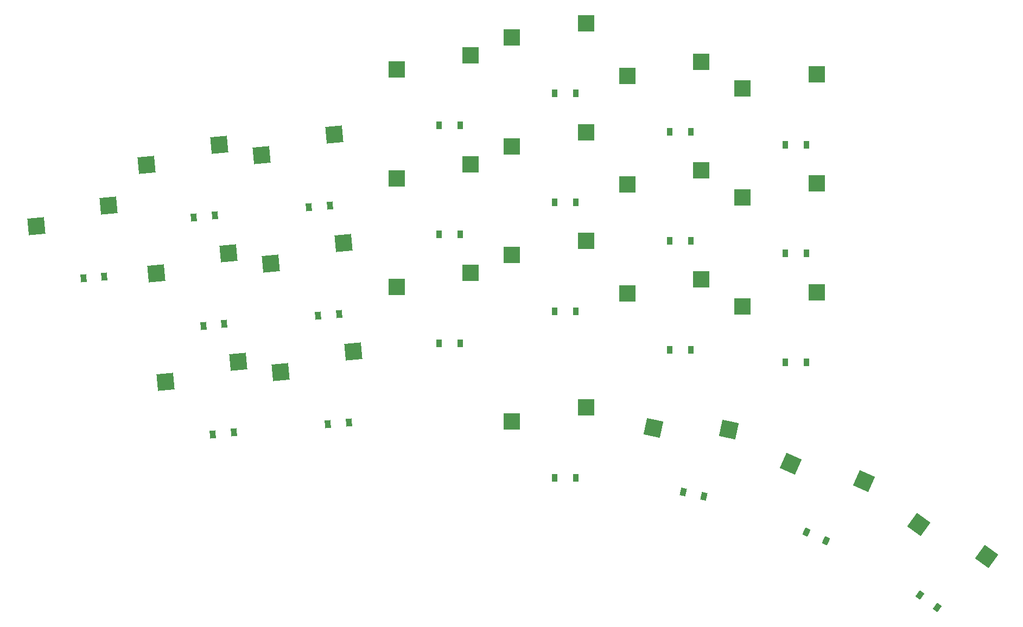
<source format=gbr>
%TF.GenerationSoftware,KiCad,Pcbnew,7.0.10*%
%TF.CreationDate,2024-02-18T22:51:37+03:00*%
%TF.ProjectId,jcuken_1,6a63756b-656e-45f3-912e-6b696361645f,0.1*%
%TF.SameCoordinates,Original*%
%TF.FileFunction,Paste,Top*%
%TF.FilePolarity,Positive*%
%FSLAX46Y46*%
G04 Gerber Fmt 4.6, Leading zero omitted, Abs format (unit mm)*
G04 Created by KiCad (PCBNEW 7.0.10) date 2024-02-18 22:51:37*
%MOMM*%
%LPD*%
G01*
G04 APERTURE LIST*
G04 Aperture macros list*
%AMRotRect*
0 Rectangle, with rotation*
0 The origin of the aperture is its center*
0 $1 length*
0 $2 width*
0 $3 Rotation angle, in degrees counterclockwise*
0 Add horizontal line*
21,1,$1,$2,0,0,$3*%
G04 Aperture macros list end*
%ADD10R,2.600000X2.600000*%
%ADD11RotRect,0.900000X1.200000X5.000000*%
%ADD12RotRect,0.900000X1.200000X324.000000*%
%ADD13R,0.900000X1.200000*%
%ADD14RotRect,2.600000X2.600000X336.000000*%
%ADD15RotRect,2.600000X2.600000X5.000000*%
%ADD16RotRect,0.900000X1.200000X348.000000*%
%ADD17RotRect,2.600000X2.600000X324.000000*%
%ADD18RotRect,2.600000X2.600000X348.000000*%
%ADD19RotRect,0.900000X1.200000X336.000000*%
G04 APERTURE END LIST*
D10*
%TO.C,S16*%
X150768929Y-32689195D03*
X139218929Y-34889195D03*
%TD*%
D11*
%TO.C,D3*%
X73069978Y-73912792D03*
X76357420Y-73625178D03*
%TD*%
D12*
%TO.C,D23*%
X184889346Y-115918040D03*
X187559102Y-117857732D03*
%TD*%
D13*
%TO.C,D8*%
X109843929Y-76639195D03*
X113143929Y-76639195D03*
%TD*%
%TO.C,D18*%
X163843929Y-62639194D03*
X167143929Y-62639194D03*
%TD*%
D14*
%TO.C,S22*%
X176124540Y-98147186D03*
X164678270Y-95459178D03*
%TD*%
D11*
%TO.C,D2*%
X74551626Y-90848102D03*
X77839068Y-90560488D03*
%TD*%
D10*
%TO.C,S18*%
X168768929Y-51689194D03*
X157218929Y-53889194D03*
%TD*%
D15*
%TO.C,S7*%
X93471738Y-44071105D03*
X82157432Y-47269383D03*
%TD*%
D16*
%TO.C,D21*%
X147954866Y-99826512D03*
X151182754Y-100512620D03*
%TD*%
D10*
%TO.C,S14*%
X150768929Y-66689195D03*
X139218929Y-68889195D03*
%TD*%
D13*
%TO.C,D11*%
X127843929Y-71639195D03*
X131143929Y-71639195D03*
%TD*%
D11*
%TO.C,D1*%
X54354072Y-66515843D03*
X57641514Y-66228229D03*
%TD*%
D13*
%TO.C,D12*%
X127843929Y-54639195D03*
X131143929Y-54639195D03*
%TD*%
%TO.C,D15*%
X145843929Y-60639195D03*
X149143929Y-60639195D03*
%TD*%
D10*
%TO.C,S9*%
X114768929Y-48689194D03*
X103218929Y-50889194D03*
%TD*%
%TO.C,S19*%
X168768929Y-34689194D03*
X157218929Y-36889194D03*
%TD*%
D13*
%TO.C,D17*%
X163843929Y-79639195D03*
X167143929Y-79639195D03*
%TD*%
D15*
%TO.C,S1*%
X58305975Y-55178269D03*
X46991669Y-58376547D03*
%TD*%
D13*
%TO.C,D19*%
X163843929Y-45639194D03*
X167143929Y-45639194D03*
%TD*%
%TO.C,D14*%
X145843929Y-77639195D03*
X149143929Y-77639195D03*
%TD*%
D11*
%TO.C,D5*%
X92483130Y-89279299D03*
X95770572Y-88991685D03*
%TD*%
%TO.C,D4*%
X71588330Y-56977483D03*
X74875772Y-56689869D03*
%TD*%
D10*
%TO.C,S8*%
X114768929Y-65689195D03*
X103218929Y-67889195D03*
%TD*%
D15*
%TO.C,S6*%
X94953386Y-61006415D03*
X83639080Y-64204693D03*
%TD*%
D10*
%TO.C,S20*%
X132768929Y-86689194D03*
X121218929Y-88889194D03*
%TD*%
%TO.C,S17*%
X168768929Y-68689195D03*
X157218929Y-70889195D03*
%TD*%
D13*
%TO.C,D16*%
X145843929Y-43639195D03*
X149143929Y-43639195D03*
%TD*%
D17*
%TO.C,S23*%
X195310003Y-109954147D03*
X184672729Y-104945064D03*
%TD*%
D15*
%TO.C,S4*%
X75540234Y-45639908D03*
X64225928Y-48838186D03*
%TD*%
D13*
%TO.C,D13*%
X127843929Y-37639194D03*
X131143929Y-37639194D03*
%TD*%
D11*
%TO.C,D7*%
X89519835Y-55408679D03*
X92807277Y-55121065D03*
%TD*%
D15*
%TO.C,S3*%
X77021881Y-62575218D03*
X65707575Y-65773496D03*
%TD*%
D10*
%TO.C,S10*%
X114768929Y-31689194D03*
X103218929Y-33889194D03*
%TD*%
D11*
%TO.C,D6*%
X91001482Y-72343989D03*
X94288924Y-72056375D03*
%TD*%
D10*
%TO.C,S11*%
X132768929Y-60689195D03*
X121218929Y-62889195D03*
%TD*%
D15*
%TO.C,S5*%
X96435033Y-77941724D03*
X85120727Y-81140002D03*
%TD*%
%TO.C,S2*%
X78503529Y-79510528D03*
X67189223Y-82708806D03*
%TD*%
D18*
%TO.C,S21*%
X155048877Y-90139761D03*
X143293866Y-89890305D03*
%TD*%
D13*
%TO.C,D9*%
X109843929Y-59639194D03*
X113143929Y-59639194D03*
%TD*%
%TO.C,D20*%
X127843929Y-97639194D03*
X131143929Y-97639194D03*
%TD*%
D10*
%TO.C,S13*%
X132768929Y-26689194D03*
X121218929Y-28889194D03*
%TD*%
D19*
%TO.C,D22*%
X167171563Y-106147331D03*
X170186263Y-107489561D03*
%TD*%
D13*
%TO.C,D10*%
X109843929Y-42639194D03*
X113143929Y-42639194D03*
%TD*%
D10*
%TO.C,S15*%
X150768929Y-49689195D03*
X139218929Y-51889195D03*
%TD*%
%TO.C,S12*%
X132768929Y-43689195D03*
X121218929Y-45889195D03*
%TD*%
M02*

</source>
